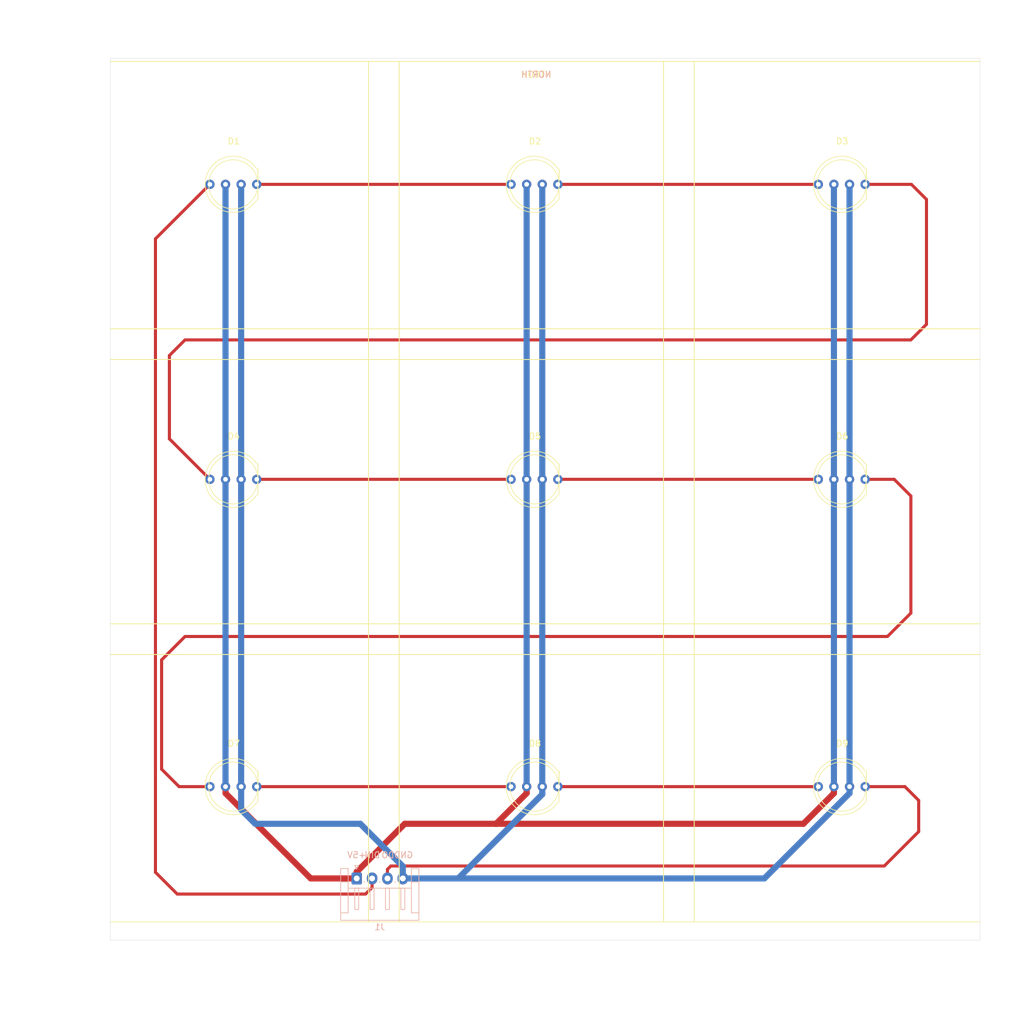
<source format=kicad_pcb>
(kicad_pcb (version 20171130) (host pcbnew 5.1.2)

  (general
    (thickness 1.6)
    (drawings 49)
    (tracks 65)
    (zones 0)
    (modules 10)
    (nets 13)
  )

  (page A4)
  (layers
    (0 F.Cu signal)
    (31 B.Cu signal)
    (32 B.Adhes user)
    (33 F.Adhes user)
    (34 B.Paste user)
    (35 F.Paste user)
    (36 B.SilkS user)
    (37 F.SilkS user)
    (38 B.Mask user)
    (39 F.Mask user)
    (40 Dwgs.User user)
    (41 Cmts.User user)
    (42 Eco1.User user)
    (43 Eco2.User user)
    (44 Edge.Cuts user)
    (45 Margin user)
    (46 B.CrtYd user)
    (47 F.CrtYd user)
    (48 B.Fab user)
    (49 F.Fab user)
  )

  (setup
    (last_trace_width 0.5)
    (trace_clearance 0.5)
    (zone_clearance 0.508)
    (zone_45_only no)
    (trace_min 0.2)
    (via_size 0.8)
    (via_drill 0.4)
    (via_min_size 0.4)
    (via_min_drill 0.3)
    (uvia_size 0.3)
    (uvia_drill 0.1)
    (uvias_allowed no)
    (uvia_min_size 0.2)
    (uvia_min_drill 0.1)
    (edge_width 0.05)
    (segment_width 0.2)
    (pcb_text_width 0.3)
    (pcb_text_size 1.5 1.5)
    (mod_edge_width 0.12)
    (mod_text_size 1 1)
    (mod_text_width 0.15)
    (pad_size 1.524 1.524)
    (pad_drill 0.762)
    (pad_to_mask_clearance 0.051)
    (solder_mask_min_width 0.25)
    (aux_axis_origin 0 0)
    (visible_elements FFFFFF7F)
    (pcbplotparams
      (layerselection 0x010fc_ffffffff)
      (usegerberextensions false)
      (usegerberattributes false)
      (usegerberadvancedattributes false)
      (creategerberjobfile false)
      (excludeedgelayer true)
      (linewidth 0.100000)
      (plotframeref false)
      (viasonmask false)
      (mode 1)
      (useauxorigin false)
      (hpglpennumber 1)
      (hpglpenspeed 20)
      (hpglpendiameter 15.000000)
      (psnegative false)
      (psa4output false)
      (plotreference true)
      (plotvalue true)
      (plotinvisibletext false)
      (padsonsilk false)
      (subtractmaskfromsilk false)
      (outputformat 1)
      (mirror false)
      (drillshape 1)
      (scaleselection 1)
      (outputdirectory ""))
  )

  (net 0 "")
  (net 1 "Net-(D1-Pad4)")
  (net 2 +5V)
  (net 3 GND)
  (net 4 "Net-(D1-Pad2)")
  (net 5 "Net-(D2-Pad2)")
  (net 6 "Net-(D3-Pad2)")
  (net 7 "Net-(D4-Pad2)")
  (net 8 "Net-(D5-Pad2)")
  (net 9 "Net-(D6-Pad2)")
  (net 10 "Net-(D7-Pad2)")
  (net 11 "Net-(D8-Pad2)")
  (net 12 "Net-(D9-Pad2)")

  (net_class Default "This is the default net class."
    (clearance 0.5)
    (trace_width 0.5)
    (via_dia 0.8)
    (via_drill 0.4)
    (uvia_dia 0.3)
    (uvia_drill 0.1)
    (add_net "Net-(D1-Pad2)")
    (add_net "Net-(D1-Pad4)")
    (add_net "Net-(D2-Pad2)")
    (add_net "Net-(D3-Pad2)")
    (add_net "Net-(D4-Pad2)")
    (add_net "Net-(D5-Pad2)")
    (add_net "Net-(D6-Pad2)")
    (add_net "Net-(D7-Pad2)")
    (add_net "Net-(D8-Pad2)")
    (add_net "Net-(D9-Pad2)")
  )

  (net_class Power ""
    (clearance 0.8)
    (trace_width 1)
    (via_dia 0.8)
    (via_drill 0.4)
    (uvia_dia 0.3)
    (uvia_drill 0.1)
    (add_net +5V)
    (add_net GND)
  )

  (module kuben:PL9823 (layer F.Cu) (tedit 5DE10553) (tstamp 5DDEE038)
    (at 97.5 90)
    (path /5DDD6C7A)
    (fp_text reference D5 (at 0.08 -7.01) (layer F.SilkS)
      (effects (font (size 1 1) (thickness 0.15)))
    )
    (fp_text value PL9823 (at 0 -5.5) (layer F.Fab)
      (effects (font (size 1 1) (thickness 0.15)))
    )
    (fp_line (start 4 0) (end 4 -2.54) (layer F.SilkS) (width 0.12))
    (fp_line (start 4 -2.54) (end 4 0) (layer F.SilkS) (width 0.12))
    (fp_line (start 4 0) (end 4 2.54) (layer F.SilkS) (width 0.12))
    (fp_circle (center 0 0) (end 4 0) (layer F.SilkS) (width 0.12))
    (fp_arc (start 0 0) (end 3.809999 -2.539999) (angle -292.6198649) (layer F.SilkS) (width 0.12))
    (pad 2 thru_hole circle (at 3.81 0) (size 1.524 1.524) (drill 0.762) (layers *.Cu *.Mask)
      (net 8 "Net-(D5-Pad2)"))
    (pad 1 thru_hole circle (at 1.27 0) (size 1.524 1.524) (drill 0.762) (layers *.Cu *.Mask)
      (net 3 GND))
    (pad 3 thru_hole circle (at -1.27 0) (size 1.524 1.524) (drill 0.762) (layers *.Cu *.Mask)
      (net 2 +5V))
    (pad 4 thru_hole circle (at -3.81 0) (size 1.524 1.524) (drill 0.762) (layers *.Cu *.Mask)
      (net 7 "Net-(D4-Pad2)"))
    (model ${KISYS3DMOD}/LED_THT.3dshapes/LED_D8.0mm-3.wrl
      (offset (xyz 2.5 0 0))
      (scale (xyz 1 1 1))
      (rotate (xyz 180 180 0))
    )
  )

  (module kuben:PL9823 (layer F.Cu) (tedit 5DE10553) (tstamp 5DDEE060)
    (at 147.5 140)
    (path /5DDDFCAB)
    (fp_text reference D9 (at 0.08 -7.01) (layer F.SilkS)
      (effects (font (size 1 1) (thickness 0.15)))
    )
    (fp_text value PL9823 (at 0 -5.5) (layer F.Fab)
      (effects (font (size 1 1) (thickness 0.15)))
    )
    (fp_line (start 4 0) (end 4 -2.54) (layer F.SilkS) (width 0.12))
    (fp_line (start 4 -2.54) (end 4 0) (layer F.SilkS) (width 0.12))
    (fp_line (start 4 0) (end 4 2.54) (layer F.SilkS) (width 0.12))
    (fp_circle (center 0 0) (end 4 0) (layer F.SilkS) (width 0.12))
    (fp_arc (start 0 0) (end 3.809999 -2.539999) (angle -292.6198649) (layer F.SilkS) (width 0.12))
    (pad 2 thru_hole circle (at 3.81 0) (size 1.524 1.524) (drill 0.762) (layers *.Cu *.Mask)
      (net 12 "Net-(D9-Pad2)"))
    (pad 1 thru_hole circle (at 1.27 0) (size 1.524 1.524) (drill 0.762) (layers *.Cu *.Mask)
      (net 3 GND))
    (pad 3 thru_hole circle (at -1.27 0) (size 1.524 1.524) (drill 0.762) (layers *.Cu *.Mask)
      (net 2 +5V))
    (pad 4 thru_hole circle (at -3.81 0) (size 1.524 1.524) (drill 0.762) (layers *.Cu *.Mask)
      (net 11 "Net-(D8-Pad2)"))
    (model ${KISYS3DMOD}/LED_THT.3dshapes/LED_D8.0mm-3.wrl
      (offset (xyz 2.5 0 0))
      (scale (xyz 1 1 1))
      (rotate (xyz 180 180 0))
    )
  )

  (module kuben:PL9823 (layer F.Cu) (tedit 5DE10553) (tstamp 5DDEE056)
    (at 97.5 140)
    (path /5DDDFCA1)
    (fp_text reference D8 (at 0.08 -7.01) (layer F.SilkS)
      (effects (font (size 1 1) (thickness 0.15)))
    )
    (fp_text value PL9823 (at 0 -5.5) (layer F.Fab)
      (effects (font (size 1 1) (thickness 0.15)))
    )
    (fp_line (start 4 0) (end 4 -2.54) (layer F.SilkS) (width 0.12))
    (fp_line (start 4 -2.54) (end 4 0) (layer F.SilkS) (width 0.12))
    (fp_line (start 4 0) (end 4 2.54) (layer F.SilkS) (width 0.12))
    (fp_circle (center 0 0) (end 4 0) (layer F.SilkS) (width 0.12))
    (fp_arc (start 0 0) (end 3.809999 -2.539999) (angle -292.6198649) (layer F.SilkS) (width 0.12))
    (pad 2 thru_hole circle (at 3.81 0) (size 1.524 1.524) (drill 0.762) (layers *.Cu *.Mask)
      (net 11 "Net-(D8-Pad2)"))
    (pad 1 thru_hole circle (at 1.27 0) (size 1.524 1.524) (drill 0.762) (layers *.Cu *.Mask)
      (net 3 GND))
    (pad 3 thru_hole circle (at -1.27 0) (size 1.524 1.524) (drill 0.762) (layers *.Cu *.Mask)
      (net 2 +5V))
    (pad 4 thru_hole circle (at -3.81 0) (size 1.524 1.524) (drill 0.762) (layers *.Cu *.Mask)
      (net 10 "Net-(D7-Pad2)"))
    (model ${KISYS3DMOD}/LED_THT.3dshapes/LED_D8.0mm-3.wrl
      (offset (xyz 2.5 0 0))
      (scale (xyz 1 1 1))
      (rotate (xyz 180 180 0))
    )
  )

  (module kuben:PL9823 (layer F.Cu) (tedit 5DE10553) (tstamp 5DDEE04C)
    (at 48.5 140)
    (path /5DDDFC97)
    (fp_text reference D7 (at 0.08 -7.01) (layer F.SilkS)
      (effects (font (size 1 1) (thickness 0.15)))
    )
    (fp_text value PL9823 (at 0 -5.5) (layer F.Fab)
      (effects (font (size 1 1) (thickness 0.15)))
    )
    (fp_line (start 4 0) (end 4 -2.54) (layer F.SilkS) (width 0.12))
    (fp_line (start 4 -2.54) (end 4 0) (layer F.SilkS) (width 0.12))
    (fp_line (start 4 0) (end 4 2.54) (layer F.SilkS) (width 0.12))
    (fp_circle (center 0 0) (end 4 0) (layer F.SilkS) (width 0.12))
    (fp_arc (start 0 0) (end 3.809999 -2.539999) (angle -292.6198649) (layer F.SilkS) (width 0.12))
    (pad 2 thru_hole circle (at 3.81 0) (size 1.524 1.524) (drill 0.762) (layers *.Cu *.Mask)
      (net 10 "Net-(D7-Pad2)"))
    (pad 1 thru_hole circle (at 1.27 0) (size 1.524 1.524) (drill 0.762) (layers *.Cu *.Mask)
      (net 3 GND))
    (pad 3 thru_hole circle (at -1.27 0) (size 1.524 1.524) (drill 0.762) (layers *.Cu *.Mask)
      (net 2 +5V))
    (pad 4 thru_hole circle (at -3.81 0) (size 1.524 1.524) (drill 0.762) (layers *.Cu *.Mask)
      (net 9 "Net-(D6-Pad2)"))
    (model ${KISYS3DMOD}/LED_THT.3dshapes/LED_D8.0mm-3.wrl
      (offset (xyz 2.5 0 0))
      (scale (xyz 1 1 1))
      (rotate (xyz 180 180 0))
    )
  )

  (module kuben:PL9823 (layer F.Cu) (tedit 5DE10553) (tstamp 5DDE3F34)
    (at 147.5 90)
    (path /5DDD8472)
    (fp_text reference D6 (at 0.08 -7.01) (layer F.SilkS)
      (effects (font (size 1 1) (thickness 0.15)))
    )
    (fp_text value PL9823 (at 0 -5.5) (layer F.Fab)
      (effects (font (size 1 1) (thickness 0.15)))
    )
    (fp_line (start 4 0) (end 4 -2.54) (layer F.SilkS) (width 0.12))
    (fp_line (start 4 -2.54) (end 4 0) (layer F.SilkS) (width 0.12))
    (fp_line (start 4 0) (end 4 2.54) (layer F.SilkS) (width 0.12))
    (fp_circle (center 0 0) (end 4 0) (layer F.SilkS) (width 0.12))
    (fp_arc (start 0 0) (end 3.809999 -2.539999) (angle -292.6198649) (layer F.SilkS) (width 0.12))
    (pad 2 thru_hole circle (at 3.81 0) (size 1.524 1.524) (drill 0.762) (layers *.Cu *.Mask)
      (net 9 "Net-(D6-Pad2)"))
    (pad 1 thru_hole circle (at 1.27 0) (size 1.524 1.524) (drill 0.762) (layers *.Cu *.Mask)
      (net 3 GND))
    (pad 3 thru_hole circle (at -1.27 0) (size 1.524 1.524) (drill 0.762) (layers *.Cu *.Mask)
      (net 2 +5V))
    (pad 4 thru_hole circle (at -3.81 0) (size 1.524 1.524) (drill 0.762) (layers *.Cu *.Mask)
      (net 8 "Net-(D5-Pad2)"))
    (model ${KISYS3DMOD}/LED_THT.3dshapes/LED_D8.0mm-3.wrl
      (offset (xyz 2.5 0 0))
      (scale (xyz 1 1 1))
      (rotate (xyz 180 180 0))
    )
  )

  (module kuben:PL9823 (layer F.Cu) (tedit 5DE10553) (tstamp 5DDEE02E)
    (at 48.5 90)
    (path /5DDD5596)
    (fp_text reference D4 (at 0.08 -7.01) (layer F.SilkS)
      (effects (font (size 1 1) (thickness 0.15)))
    )
    (fp_text value PL9823 (at 0 -5.5) (layer F.Fab)
      (effects (font (size 1 1) (thickness 0.15)))
    )
    (fp_line (start 4 0) (end 4 -2.54) (layer F.SilkS) (width 0.12))
    (fp_line (start 4 -2.54) (end 4 0) (layer F.SilkS) (width 0.12))
    (fp_line (start 4 0) (end 4 2.54) (layer F.SilkS) (width 0.12))
    (fp_circle (center 0 0) (end 4 0) (layer F.SilkS) (width 0.12))
    (fp_arc (start 0 0) (end 3.809999 -2.539999) (angle -292.6198649) (layer F.SilkS) (width 0.12))
    (pad 2 thru_hole circle (at 3.81 0) (size 1.524 1.524) (drill 0.762) (layers *.Cu *.Mask)
      (net 7 "Net-(D4-Pad2)"))
    (pad 1 thru_hole circle (at 1.27 0) (size 1.524 1.524) (drill 0.762) (layers *.Cu *.Mask)
      (net 3 GND))
    (pad 3 thru_hole circle (at -1.27 0) (size 1.524 1.524) (drill 0.762) (layers *.Cu *.Mask)
      (net 2 +5V))
    (pad 4 thru_hole circle (at -3.81 0) (size 1.524 1.524) (drill 0.762) (layers *.Cu *.Mask)
      (net 6 "Net-(D3-Pad2)"))
    (model ${KISYS3DMOD}/LED_THT.3dshapes/LED_D8.0mm-3.wrl
      (offset (xyz 2.5 0 0))
      (scale (xyz 1 1 1))
      (rotate (xyz 180 180 0))
    )
  )

  (module kuben:PL9823 (layer F.Cu) (tedit 5DE10553) (tstamp 5DDEE024)
    (at 147.5 42)
    (path /5DDD4D27)
    (fp_text reference D3 (at 0.08 -7.01) (layer F.SilkS)
      (effects (font (size 1 1) (thickness 0.15)))
    )
    (fp_text value PL9823 (at 0 -5.5) (layer F.Fab)
      (effects (font (size 1 1) (thickness 0.15)))
    )
    (fp_line (start 4 0) (end 4 -2.54) (layer F.SilkS) (width 0.12))
    (fp_line (start 4 -2.54) (end 4 0) (layer F.SilkS) (width 0.12))
    (fp_line (start 4 0) (end 4 2.54) (layer F.SilkS) (width 0.12))
    (fp_circle (center 0 0) (end 4 0) (layer F.SilkS) (width 0.12))
    (fp_arc (start 0 0) (end 3.809999 -2.539999) (angle -292.6198649) (layer F.SilkS) (width 0.12))
    (pad 2 thru_hole circle (at 3.81 0) (size 1.524 1.524) (drill 0.762) (layers *.Cu *.Mask)
      (net 6 "Net-(D3-Pad2)"))
    (pad 1 thru_hole circle (at 1.27 0) (size 1.524 1.524) (drill 0.762) (layers *.Cu *.Mask)
      (net 3 GND))
    (pad 3 thru_hole circle (at -1.27 0) (size 1.524 1.524) (drill 0.762) (layers *.Cu *.Mask)
      (net 2 +5V))
    (pad 4 thru_hole circle (at -3.81 0) (size 1.524 1.524) (drill 0.762) (layers *.Cu *.Mask)
      (net 5 "Net-(D2-Pad2)"))
    (model ${KISYS3DMOD}/LED_THT.3dshapes/LED_D8.0mm-3.wrl
      (offset (xyz 2.5 0 0))
      (scale (xyz 1 1 1))
      (rotate (xyz 180 180 0))
    )
  )

  (module kuben:PL9823 (layer F.Cu) (tedit 5DE10553) (tstamp 5DDEE01A)
    (at 97.5 42)
    (path /5DDD39C4)
    (fp_text reference D2 (at 0.08 -7.01) (layer F.SilkS)
      (effects (font (size 1 1) (thickness 0.15)))
    )
    (fp_text value PL9823 (at 0 -5.5) (layer F.Fab)
      (effects (font (size 1 1) (thickness 0.15)))
    )
    (fp_line (start 4 0) (end 4 -2.54) (layer F.SilkS) (width 0.12))
    (fp_line (start 4 -2.54) (end 4 0) (layer F.SilkS) (width 0.12))
    (fp_line (start 4 0) (end 4 2.54) (layer F.SilkS) (width 0.12))
    (fp_circle (center 0 0) (end 4 0) (layer F.SilkS) (width 0.12))
    (fp_arc (start 0 0) (end 3.809999 -2.539999) (angle -292.6198649) (layer F.SilkS) (width 0.12))
    (pad 2 thru_hole circle (at 3.81 0) (size 1.524 1.524) (drill 0.762) (layers *.Cu *.Mask)
      (net 5 "Net-(D2-Pad2)"))
    (pad 1 thru_hole circle (at 1.27 0) (size 1.524 1.524) (drill 0.762) (layers *.Cu *.Mask)
      (net 3 GND))
    (pad 3 thru_hole circle (at -1.27 0) (size 1.524 1.524) (drill 0.762) (layers *.Cu *.Mask)
      (net 2 +5V))
    (pad 4 thru_hole circle (at -3.81 0) (size 1.524 1.524) (drill 0.762) (layers *.Cu *.Mask)
      (net 4 "Net-(D1-Pad2)"))
    (model ${KISYS3DMOD}/LED_THT.3dshapes/LED_D8.0mm-3.wrl
      (offset (xyz 2.5 0 0))
      (scale (xyz 1 1 1))
      (rotate (xyz 180 180 0))
    )
  )

  (module kuben:PL9823 (layer F.Cu) (tedit 5DE10553) (tstamp 5DDE3E9D)
    (at 48.5 42)
    (path /5DDEF2CF)
    (fp_text reference D1 (at 0.08 -7.01) (layer F.SilkS)
      (effects (font (size 1 1) (thickness 0.15)))
    )
    (fp_text value PL9823 (at 0 -5.5) (layer F.Fab)
      (effects (font (size 1 1) (thickness 0.15)))
    )
    (fp_line (start 4 0) (end 4 -2.54) (layer F.SilkS) (width 0.12))
    (fp_line (start 4 -2.54) (end 4 0) (layer F.SilkS) (width 0.12))
    (fp_line (start 4 0) (end 4 2.54) (layer F.SilkS) (width 0.12))
    (fp_circle (center 0 0) (end 4 0) (layer F.SilkS) (width 0.12))
    (fp_arc (start 0 0) (end 3.809999 -2.539999) (angle -292.6198649) (layer F.SilkS) (width 0.12))
    (pad 2 thru_hole circle (at 3.81 0) (size 1.524 1.524) (drill 0.762) (layers *.Cu *.Mask)
      (net 4 "Net-(D1-Pad2)"))
    (pad 1 thru_hole circle (at 1.27 0) (size 1.524 1.524) (drill 0.762) (layers *.Cu *.Mask)
      (net 3 GND))
    (pad 3 thru_hole circle (at -1.27 0) (size 1.524 1.524) (drill 0.762) (layers *.Cu *.Mask)
      (net 2 +5V))
    (pad 4 thru_hole circle (at -3.81 0) (size 1.524 1.524) (drill 0.762) (layers *.Cu *.Mask)
      (net 1 "Net-(D1-Pad4)"))
    (model ${KISYS3DMOD}/LED_THT.3dshapes/LED_D8.0mm-3.wrl
      (offset (xyz 2.5 0 0))
      (scale (xyz 1 1 1))
      (rotate (xyz 180 180 0))
    )
  )

  (module Connector_JST:JST_EH_S4B-EH_1x04_P2.50mm_Horizontal (layer B.Cu) (tedit 5C281425) (tstamp 5DE6955C)
    (at 68.58 154.94)
    (descr "JST EH series connector, S4B-EH (http://www.jst-mfg.com/product/pdf/eng/eEH.pdf), generated with kicad-footprint-generator")
    (tags "connector JST EH horizontal")
    (path /5DE1312F)
    (fp_text reference J1 (at 3.75 7.9) (layer B.SilkS)
      (effects (font (size 1 1) (thickness 0.15)) (justify mirror))
    )
    (fp_text value Conn_01x04 (at 3.75 -2.7) (layer B.Fab)
      (effects (font (size 1 1) (thickness 0.15)) (justify mirror))
    )
    (fp_line (start -1.5 0.7) (end -1.5 -1.5) (layer B.Fab) (width 0.1))
    (fp_line (start -1.5 -1.5) (end -2.5 -1.5) (layer B.Fab) (width 0.1))
    (fp_line (start -2.5 -1.5) (end -2.5 6.7) (layer B.Fab) (width 0.1))
    (fp_line (start -2.5 6.7) (end 10 6.7) (layer B.Fab) (width 0.1))
    (fp_line (start 10 6.7) (end 10 -1.5) (layer B.Fab) (width 0.1))
    (fp_line (start 10 -1.5) (end 9 -1.5) (layer B.Fab) (width 0.1))
    (fp_line (start 9 -1.5) (end 9 0.7) (layer B.Fab) (width 0.1))
    (fp_line (start 9 0.7) (end -1.5 0.7) (layer B.Fab) (width 0.1))
    (fp_line (start -3 7.2) (end -3 -2) (layer B.CrtYd) (width 0.05))
    (fp_line (start -3 -2) (end 10.5 -2) (layer B.CrtYd) (width 0.05))
    (fp_line (start 10.5 -2) (end 10.5 7.2) (layer B.CrtYd) (width 0.05))
    (fp_line (start 10.5 7.2) (end -3 7.2) (layer B.CrtYd) (width 0.05))
    (fp_line (start -1.39 0.59) (end -1.39 -1.61) (layer B.SilkS) (width 0.12))
    (fp_line (start -1.39 -1.61) (end -2.61 -1.61) (layer B.SilkS) (width 0.12))
    (fp_line (start -2.61 -1.61) (end -2.61 6.81) (layer B.SilkS) (width 0.12))
    (fp_line (start -2.61 6.81) (end 10.11 6.81) (layer B.SilkS) (width 0.12))
    (fp_line (start 10.11 6.81) (end 10.11 -1.61) (layer B.SilkS) (width 0.12))
    (fp_line (start 10.11 -1.61) (end 8.89 -1.61) (layer B.SilkS) (width 0.12))
    (fp_line (start 8.89 -1.61) (end 8.89 0.59) (layer B.SilkS) (width 0.12))
    (fp_line (start -2.61 5.59) (end -1.39 5.59) (layer B.SilkS) (width 0.12))
    (fp_line (start -1.39 5.59) (end -1.39 0.59) (layer B.SilkS) (width 0.12))
    (fp_line (start -1.39 0.59) (end -2.61 0.59) (layer B.SilkS) (width 0.12))
    (fp_line (start 10.11 5.59) (end 8.89 5.59) (layer B.SilkS) (width 0.12))
    (fp_line (start 8.89 5.59) (end 8.89 0.59) (layer B.SilkS) (width 0.12))
    (fp_line (start 8.89 0.59) (end 10.11 0.59) (layer B.SilkS) (width 0.12))
    (fp_line (start -1.39 1.59) (end 8.89 1.59) (layer B.SilkS) (width 0.12))
    (fp_line (start 0 1.59) (end -0.32 1.59) (layer B.SilkS) (width 0.12))
    (fp_line (start -0.32 1.59) (end -0.32 5.01) (layer B.SilkS) (width 0.12))
    (fp_line (start -0.32 5.01) (end 0 5.09) (layer B.SilkS) (width 0.12))
    (fp_line (start 0 5.09) (end 0.32 5.01) (layer B.SilkS) (width 0.12))
    (fp_line (start 0.32 5.01) (end 0.32 1.59) (layer B.SilkS) (width 0.12))
    (fp_line (start 0.32 1.59) (end 0 1.59) (layer B.SilkS) (width 0.12))
    (fp_line (start 1.17 0.59) (end 1.33 0.59) (layer B.SilkS) (width 0.12))
    (fp_line (start 2.5 1.59) (end 2.18 1.59) (layer B.SilkS) (width 0.12))
    (fp_line (start 2.18 1.59) (end 2.18 5.01) (layer B.SilkS) (width 0.12))
    (fp_line (start 2.18 5.01) (end 2.5 5.09) (layer B.SilkS) (width 0.12))
    (fp_line (start 2.5 5.09) (end 2.82 5.01) (layer B.SilkS) (width 0.12))
    (fp_line (start 2.82 5.01) (end 2.82 1.59) (layer B.SilkS) (width 0.12))
    (fp_line (start 2.82 1.59) (end 2.5 1.59) (layer B.SilkS) (width 0.12))
    (fp_line (start 3.67 0.59) (end 3.83 0.59) (layer B.SilkS) (width 0.12))
    (fp_line (start 5 1.59) (end 4.68 1.59) (layer B.SilkS) (width 0.12))
    (fp_line (start 4.68 1.59) (end 4.68 5.01) (layer B.SilkS) (width 0.12))
    (fp_line (start 4.68 5.01) (end 5 5.09) (layer B.SilkS) (width 0.12))
    (fp_line (start 5 5.09) (end 5.32 5.01) (layer B.SilkS) (width 0.12))
    (fp_line (start 5.32 5.01) (end 5.32 1.59) (layer B.SilkS) (width 0.12))
    (fp_line (start 5.32 1.59) (end 5 1.59) (layer B.SilkS) (width 0.12))
    (fp_line (start 6.17 0.59) (end 6.33 0.59) (layer B.SilkS) (width 0.12))
    (fp_line (start 7.5 1.59) (end 7.18 1.59) (layer B.SilkS) (width 0.12))
    (fp_line (start 7.18 1.59) (end 7.18 5.01) (layer B.SilkS) (width 0.12))
    (fp_line (start 7.18 5.01) (end 7.5 5.09) (layer B.SilkS) (width 0.12))
    (fp_line (start 7.5 5.09) (end 7.82 5.01) (layer B.SilkS) (width 0.12))
    (fp_line (start 7.82 5.01) (end 7.82 1.59) (layer B.SilkS) (width 0.12))
    (fp_line (start 7.82 1.59) (end 7.5 1.59) (layer B.SilkS) (width 0.12))
    (fp_line (start 0 -1.5) (end -0.3 -2.1) (layer B.SilkS) (width 0.12))
    (fp_line (start -0.3 -2.1) (end 0.3 -2.1) (layer B.SilkS) (width 0.12))
    (fp_line (start 0.3 -2.1) (end 0 -1.5) (layer B.SilkS) (width 0.12))
    (fp_line (start -0.5 0.7) (end 0 1.407107) (layer B.Fab) (width 0.1))
    (fp_line (start 0 1.407107) (end 0.5 0.7) (layer B.Fab) (width 0.1))
    (fp_text user %R (at 3.75 2.6) (layer B.Fab)
      (effects (font (size 1 1) (thickness 0.15)) (justify mirror))
    )
    (pad 1 thru_hole roundrect (at 0 0) (size 1.7 1.95) (drill 0.95) (layers *.Cu *.Mask) (roundrect_rratio 0.147059)
      (net 2 +5V))
    (pad 2 thru_hole oval (at 2.5 0) (size 1.7 1.95) (drill 0.95) (layers *.Cu *.Mask)
      (net 1 "Net-(D1-Pad4)"))
    (pad 3 thru_hole oval (at 5 0) (size 1.7 1.95) (drill 0.95) (layers *.Cu *.Mask)
      (net 12 "Net-(D9-Pad2)"))
    (pad 4 thru_hole oval (at 7.5 0) (size 1.7 1.95) (drill 0.95) (layers *.Cu *.Mask)
      (net 3 GND))
    (model ${KISYS3DMOD}/Connector_JST.3dshapes/JST_EH_S4B-EH_1x04_P2.50mm_Horizontal.wrl
      (at (xyz 0 0 0))
      (scale (xyz 1 1 1))
      (rotate (xyz 0 0 0))
    )
  )

  (gr_text "Daniel Olsen" (at 160.02 160.02) (layer B.Mask) (tstamp 5DE8B9FF)
    (effects (font (size 1.5 1.5) (thickness 0.3)) (justify mirror))
  )
  (gr_text "Horten Videregående Skole 2019/20" (at 50.8 24.13) (layer B.Mask) (tstamp 5DE8B94F)
    (effects (font (size 1.5 1.5) (thickness 0.3)) (justify mirror))
  )
  (gr_text Dataelektronikk (at 39.37 26.67) (layer B.Mask) (tstamp 5DE8B94E)
    (effects (font (size 1.5 1.5) (thickness 0.3)) (justify mirror))
  )
  (gr_text GND (at 76.2 151.13) (layer B.SilkS)
    (effects (font (size 1 1) (thickness 0.15)) (justify mirror))
  )
  (gr_text +5V (at 68.58 151.13) (layer B.SilkS)
    (effects (font (size 1 1) (thickness 0.15)) (justify mirror))
  )
  (gr_text DIN (at 71.12 151.13) (layer B.SilkS)
    (effects (font (size 1 1) (thickness 0.15)) (justify mirror))
  )
  (gr_text NORTH (at 97.79 24.13) (layer B.SilkS)
    (effects (font (size 1 1) (thickness 0.15)) (justify mirror))
  )
  (gr_text NORTH (at 97.79 24.13) (layer F.SilkS)
    (effects (font (size 1 1) (thickness 0.15)))
  )
  (gr_text Dataelektronikk (at 39.37 26.67) (layer F.Mask)
    (effects (font (size 1.5 1.5) (thickness 0.3)))
  )
  (gr_text "Horten Videregående Skole 2019/20" (at 50.8 24.13) (layer F.Mask)
    (effects (font (size 1.5 1.5) (thickness 0.3)))
  )
  (gr_text "Daniel Olsen" (at 160.02 160.02) (layer F.Mask)
    (effects (font (size 1.5 1.5) (thickness 0.3)))
  )
  (dimension 141.5 (width 0.15) (layer F.Fab)
    (gr_text "141.500 mm" (at 99.25 18.2) (layer F.Fab)
      (effects (font (size 1 1) (thickness 0.15)))
    )
    (feature1 (pts (xy 170 21.5) (xy 170 18.913579)))
    (feature2 (pts (xy 28.5 21.5) (xy 28.5 18.913579)))
    (crossbar (pts (xy 28.5 19.5) (xy 170 19.5)))
    (arrow1a (pts (xy 170 19.5) (xy 168.873496 20.086421)))
    (arrow1b (pts (xy 170 19.5) (xy 168.873496 18.913579)))
    (arrow2a (pts (xy 28.5 19.5) (xy 29.626504 20.086421)))
    (arrow2b (pts (xy 28.5 19.5) (xy 29.626504 18.913579)))
  )
  (gr_line (start 28.5 22) (end 170 22) (layer F.SilkS) (width 0.15))
  (gr_line (start 170 165) (end 170 21.5) (layer Edge.Cuts) (width 0.05))
  (gr_line (start 28.5 165) (end 170 165) (layer Edge.Cuts) (width 0.05))
  (gr_line (start 28.5 21.5) (end 170 21.5) (layer Edge.Cuts) (width 0.05))
  (gr_line (start 28.5 165) (end 28.5 21.5) (layer Edge.Cuts) (width 0.05))
  (gr_text DO (at 73.66 151.13) (layer B.SilkS)
    (effects (font (size 1 1) (thickness 0.15)) (justify mirror))
  )
  (gr_line (start 28.5 162) (end 170 162) (layer F.SilkS) (width 0.12))
  (gr_line (start 123.5 162) (end 123.5 22) (layer F.SilkS) (width 0.15))
  (gr_line (start 118.5 162) (end 118.5 22) (layer F.SilkS) (width 0.15))
  (gr_line (start 75.5 162) (end 75.5 22) (layer F.SilkS) (width 0.15))
  (gr_line (start 70.5 162) (end 70.5 22) (layer F.SilkS) (width 0.15))
  (gr_line (start 28.5 118.5) (end 170 118.5) (layer F.SilkS) (width 0.15))
  (gr_line (start 28.5 113.5) (end 170 113.5) (layer F.SilkS) (width 0.15))
  (gr_line (start 28.5 70.5) (end 170 70.5) (layer F.SilkS) (width 0.15))
  (gr_line (start 28.5 65.5) (end 170 65.5) (layer F.SilkS) (width 0.15))
  (dimension 5 (width 0.15) (layer F.Fab)
    (gr_text "5.000 mm" (at 17.7 116 90) (layer F.Fab)
      (effects (font (size 1 1) (thickness 0.15)))
    )
    (feature1 (pts (xy 22 113.5) (xy 18.413579 113.5)))
    (feature2 (pts (xy 22 118.5) (xy 18.413579 118.5)))
    (crossbar (pts (xy 19 118.5) (xy 19 113.5)))
    (arrow1a (pts (xy 19 113.5) (xy 19.586421 114.626504)))
    (arrow1b (pts (xy 19 113.5) (xy 18.413579 114.626504)))
    (arrow2a (pts (xy 19 118.5) (xy 19.586421 117.373496)))
    (arrow2b (pts (xy 19 118.5) (xy 18.413579 117.373496)))
  )
  (dimension 5 (width 0.15) (layer F.Fab)
    (gr_text "5.000 mm" (at 18.2 19.5 90) (layer F.Fab)
      (effects (font (size 1 1) (thickness 0.15)))
    )
    (feature1 (pts (xy 22 17) (xy 18.913579 17)))
    (feature2 (pts (xy 22 22) (xy 18.913579 22)))
    (crossbar (pts (xy 19.5 22) (xy 19.5 17)))
    (arrow1a (pts (xy 19.5 17) (xy 20.086421 18.126504)))
    (arrow1b (pts (xy 19.5 17) (xy 18.913579 18.126504)))
    (arrow2a (pts (xy 19.5 22) (xy 20.086421 20.873496)))
    (arrow2b (pts (xy 19.5 22) (xy 18.913579 20.873496)))
  )
  (dimension 43.5 (width 0.15) (layer F.Fab)
    (gr_text "43.500 mm" (at 14.2 43.75 90) (layer F.Fab)
      (effects (font (size 1 1) (thickness 0.15)))
    )
    (feature1 (pts (xy 22 22) (xy 14.913579 22)))
    (feature2 (pts (xy 22 65.5) (xy 14.913579 65.5)))
    (crossbar (pts (xy 15.5 65.5) (xy 15.5 22)))
    (arrow1a (pts (xy 15.5 22) (xy 16.086421 23.126504)))
    (arrow1b (pts (xy 15.5 22) (xy 14.913579 23.126504)))
    (arrow2a (pts (xy 15.5 65.5) (xy 16.086421 64.373496)))
    (arrow2b (pts (xy 15.5 65.5) (xy 14.913579 64.373496)))
  )
  (dimension 5 (width 0.15) (layer F.Fab)
    (gr_text "5.000 mm" (at 17.7 68 90) (layer F.Fab)
      (effects (font (size 1 1) (thickness 0.15)))
    )
    (feature1 (pts (xy 22 65.5) (xy 18.413579 65.5)))
    (feature2 (pts (xy 22 70.5) (xy 18.413579 70.5)))
    (crossbar (pts (xy 19 70.5) (xy 19 65.5)))
    (arrow1a (pts (xy 19 65.5) (xy 19.586421 66.626504)))
    (arrow1b (pts (xy 19 65.5) (xy 18.413579 66.626504)))
    (arrow2a (pts (xy 19 70.5) (xy 19.586421 69.373496)))
    (arrow2b (pts (xy 19 70.5) (xy 18.413579 69.373496)))
  )
  (dimension 43 (width 0.15) (layer F.Fab)
    (gr_text "43.000 mm" (at 14.2 92 90) (layer F.Fab)
      (effects (font (size 1 1) (thickness 0.15)))
    )
    (feature1 (pts (xy 22 70.5) (xy 14.913579 70.5)))
    (feature2 (pts (xy 22 113.5) (xy 14.913579 113.5)))
    (crossbar (pts (xy 15.5 113.5) (xy 15.5 70.5)))
    (arrow1a (pts (xy 15.5 70.5) (xy 16.086421 71.626504)))
    (arrow1b (pts (xy 15.5 70.5) (xy 14.913579 71.626504)))
    (arrow2a (pts (xy 15.5 113.5) (xy 16.086421 112.373496)))
    (arrow2b (pts (xy 15.5 113.5) (xy 14.913579 112.373496)))
  )
  (dimension 43.5 (width 0.15) (layer F.Fab)
    (gr_text "43.500 mm" (at 14.2 140.25 90) (layer F.Fab)
      (effects (font (size 1 1) (thickness 0.15)))
    )
    (feature1 (pts (xy 22 118.5) (xy 14.913579 118.5)))
    (feature2 (pts (xy 22 162) (xy 14.913579 162)))
    (crossbar (pts (xy 15.5 162) (xy 15.5 118.5)))
    (arrow1a (pts (xy 15.5 118.5) (xy 16.086421 119.626504)))
    (arrow1b (pts (xy 15.5 118.5) (xy 14.913579 119.626504)))
    (arrow2a (pts (xy 15.5 162) (xy 16.086421 160.873496)))
    (arrow2b (pts (xy 15.5 162) (xy 14.913579 160.873496)))
  )
  (dimension 5 (width 0.15) (layer F.Fab)
    (gr_text "5.000 mm" (at 18.7 164.5 90) (layer F.Fab)
      (effects (font (size 1 1) (thickness 0.15)))
    )
    (feature1 (pts (xy 22 162) (xy 19.413579 162)))
    (feature2 (pts (xy 22 167) (xy 19.413579 167)))
    (crossbar (pts (xy 20 167) (xy 20 162)))
    (arrow1a (pts (xy 20 162) (xy 20.586421 163.126504)))
    (arrow1b (pts (xy 20 162) (xy 19.413579 163.126504)))
    (arrow2a (pts (xy 20 167) (xy 20.586421 165.873496)))
    (arrow2b (pts (xy 20 167) (xy 19.413579 165.873496)))
  )
  (dimension 5 (width 0.15) (layer F.Fab)
    (gr_text "5.000 mm" (at 169.5 171.3) (layer F.Fab)
      (effects (font (size 1 1) (thickness 0.15)))
    )
    (feature1 (pts (xy 172 167) (xy 172 170.586421)))
    (feature2 (pts (xy 167 167) (xy 167 170.586421)))
    (crossbar (pts (xy 167 170) (xy 172 170)))
    (arrow1a (pts (xy 172 170) (xy 170.873496 170.586421)))
    (arrow1b (pts (xy 172 170) (xy 170.873496 169.413579)))
    (arrow2a (pts (xy 167 170) (xy 168.126504 170.586421)))
    (arrow2b (pts (xy 167 170) (xy 168.126504 169.413579)))
  )
  (dimension 43.5 (width 0.15) (layer F.Fab)
    (gr_text "43.500 mm" (at 145.25 173.3) (layer F.Fab)
      (effects (font (size 1 1) (thickness 0.15)))
    )
    (feature1 (pts (xy 167 167) (xy 167 172.586421)))
    (feature2 (pts (xy 123.5 167) (xy 123.5 172.586421)))
    (crossbar (pts (xy 123.5 172) (xy 167 172)))
    (arrow1a (pts (xy 167 172) (xy 165.873496 172.586421)))
    (arrow1b (pts (xy 167 172) (xy 165.873496 171.413579)))
    (arrow2a (pts (xy 123.5 172) (xy 124.626504 172.586421)))
    (arrow2b (pts (xy 123.5 172) (xy 124.626504 171.413579)))
  )
  (dimension 5 (width 0.15) (layer F.Fab)
    (gr_text "5.000 mm" (at 121 171.3) (layer F.Fab)
      (effects (font (size 1 1) (thickness 0.15)))
    )
    (feature1 (pts (xy 123.5 167) (xy 123.5 170.586421)))
    (feature2 (pts (xy 118.5 167) (xy 118.5 170.586421)))
    (crossbar (pts (xy 118.5 170) (xy 123.5 170)))
    (arrow1a (pts (xy 123.5 170) (xy 122.373496 170.586421)))
    (arrow1b (pts (xy 123.5 170) (xy 122.373496 169.413579)))
    (arrow2a (pts (xy 118.5 170) (xy 119.626504 170.586421)))
    (arrow2b (pts (xy 118.5 170) (xy 119.626504 169.413579)))
  )
  (dimension 43 (width 0.15) (layer F.Fab)
    (gr_text "43.000 mm" (at 97 173.3) (layer F.Fab)
      (effects (font (size 1 1) (thickness 0.15)))
    )
    (feature1 (pts (xy 118.5 167) (xy 118.5 172.586421)))
    (feature2 (pts (xy 75.5 167) (xy 75.5 172.586421)))
    (crossbar (pts (xy 75.5 172) (xy 118.5 172)))
    (arrow1a (pts (xy 118.5 172) (xy 117.373496 172.586421)))
    (arrow1b (pts (xy 118.5 172) (xy 117.373496 171.413579)))
    (arrow2a (pts (xy 75.5 172) (xy 76.626504 172.586421)))
    (arrow2b (pts (xy 75.5 172) (xy 76.626504 171.413579)))
  )
  (dimension 5 (width 0.15) (layer F.Fab)
    (gr_text "5.000 mm" (at 73 171.3) (layer F.Fab)
      (effects (font (size 1 1) (thickness 0.15)))
    )
    (feature1 (pts (xy 75.5 167) (xy 75.5 170.586421)))
    (feature2 (pts (xy 70.5 167) (xy 70.5 170.586421)))
    (crossbar (pts (xy 70.5 170) (xy 75.5 170)))
    (arrow1a (pts (xy 75.5 170) (xy 74.373496 170.586421)))
    (arrow1b (pts (xy 75.5 170) (xy 74.373496 169.413579)))
    (arrow2a (pts (xy 70.5 170) (xy 71.626504 170.586421)))
    (arrow2b (pts (xy 70.5 170) (xy 71.626504 169.413579)))
  )
  (dimension 43.5 (width 0.15) (layer F.Fab)
    (gr_text "43.500 mm" (at 48.75 173.3) (layer F.Fab)
      (effects (font (size 1 1) (thickness 0.15)))
    )
    (feature1 (pts (xy 70.5 167) (xy 70.5 172.586421)))
    (feature2 (pts (xy 27 167) (xy 27 172.586421)))
    (crossbar (pts (xy 27 172) (xy 70.5 172)))
    (arrow1a (pts (xy 70.5 172) (xy 69.373496 172.586421)))
    (arrow1b (pts (xy 70.5 172) (xy 69.373496 171.413579)))
    (arrow2a (pts (xy 27 172) (xy 28.126504 172.586421)))
    (arrow2b (pts (xy 27 172) (xy 28.126504 171.413579)))
  )
  (dimension 5 (width 0.12) (layer F.Fab)
    (gr_text "5.000 mm" (at 24.5 170.27) (layer F.Fab)
      (effects (font (size 1 1) (thickness 0.15)))
    )
    (feature1 (pts (xy 27 167) (xy 27 169.586421)))
    (feature2 (pts (xy 22 167) (xy 22 169.586421)))
    (crossbar (pts (xy 22 169) (xy 27 169)))
    (arrow1a (pts (xy 27 169) (xy 25.873496 169.586421)))
    (arrow1b (pts (xy 27 169) (xy 25.873496 168.413579)))
    (arrow2a (pts (xy 22 169) (xy 23.126504 169.586421)))
    (arrow2b (pts (xy 22 169) (xy 23.126504 168.413579)))
  )
  (gr_line (start 22 167) (end 22 17) (layer F.Fab) (width 0.12) (tstamp 5DDE321E))
  (gr_line (start 22 167) (end 172 167) (layer F.Fab) (width 0.12) (tstamp 5DDE321D))
  (dimension 150 (width 0.12) (layer F.Fab) (tstamp 5DDE321B)
    (gr_text "150.000 mm" (at 97 177.77) (layer F.Fab) (tstamp 5DDE321B)
      (effects (font (size 1 1) (thickness 0.15)))
    )
    (feature1 (pts (xy 22 167) (xy 22 177.086421)))
    (feature2 (pts (xy 172 167) (xy 172 177.086421)))
    (crossbar (pts (xy 172 176.5) (xy 22 176.5)))
    (arrow1a (pts (xy 22 176.5) (xy 23.126504 175.913579)))
    (arrow1b (pts (xy 22 176.5) (xy 23.126504 177.086421)))
    (arrow2a (pts (xy 172 176.5) (xy 170.873496 175.913579)))
    (arrow2b (pts (xy 172 176.5) (xy 170.873496 177.086421)))
  )
  (dimension 150 (width 0.12) (layer F.Fab) (tstamp 5DDE3219)
    (gr_text "150.000 mm" (at 27.27 92 -90) (layer F.Fab) (tstamp 5DDE3219)
      (effects (font (size 1 1) (thickness 0.15)))
    )
    (feature1 (pts (xy 22 167) (xy 26.586421 167)))
    (feature2 (pts (xy 22 17) (xy 26.586421 17)))
    (crossbar (pts (xy 26 17) (xy 26 167)))
    (arrow1a (pts (xy 26 167) (xy 26.586421 165.873496)))
    (arrow1b (pts (xy 26 167) (xy 25.413579 165.873496)))
    (arrow2a (pts (xy 26 17) (xy 26.586421 18.126504)))
    (arrow2b (pts (xy 26 17) (xy 25.413579 18.126504)))
  )
  (gr_line (start 172 17) (end 172 167) (layer F.Fab) (width 0.12) (tstamp 5DDE31DF))
  (dimension 150 (width 0.12) (layer F.Fab) (tstamp 5DDE31DD)
    (gr_text "150.000 mm" (at 175.77 92 90) (layer F.Fab) (tstamp 5DDE31DD)
      (effects (font (size 1 1) (thickness 0.15)))
    )
    (feature1 (pts (xy 172 17) (xy 175.086421 17)))
    (feature2 (pts (xy 172 167) (xy 175.086421 167)))
    (crossbar (pts (xy 174.5 167) (xy 174.5 17)))
    (arrow1a (pts (xy 174.5 17) (xy 175.086421 18.126504)))
    (arrow1b (pts (xy 174.5 17) (xy 173.913579 18.126504)))
    (arrow2a (pts (xy 174.5 167) (xy 175.086421 165.873496)))
    (arrow2b (pts (xy 174.5 167) (xy 173.913579 165.873496)))
  )
  (gr_line (start 172 17) (end 22 17) (layer F.Fab) (width 0.12))
  (dimension 150 (width 0.12) (layer F.Fab)
    (gr_text "150.000 mm" (at 97 12.73) (layer F.Fab)
      (effects (font (size 1 1) (thickness 0.15)))
    )
    (feature1 (pts (xy 172 17) (xy 172 13.413579)))
    (feature2 (pts (xy 22 17) (xy 22 13.413579)))
    (crossbar (pts (xy 22 14) (xy 172 14)))
    (arrow1a (pts (xy 172 14) (xy 170.873496 14.586421)))
    (arrow1b (pts (xy 172 14) (xy 170.873496 13.413579)))
    (arrow2a (pts (xy 22 14) (xy 23.126504 14.586421)))
    (arrow2b (pts (xy 22 14) (xy 23.126504 13.413579)))
  )

  (segment (start 35.82999 50.86001) (end 35.82999 153.93999) (width 0.5) (layer F.Cu) (net 1))
  (segment (start 44.69 42) (end 35.82999 50.86001) (width 0.5) (layer F.Cu) (net 1))
  (segment (start 35.82999 153.93999) (end 39.37 157.48) (width 0.5) (layer F.Cu) (net 1))
  (segment (start 71.08 156.415) (end 71.08 154.94) (width 0.5) (layer F.Cu) (net 1))
  (segment (start 70.015 157.48) (end 71.08 156.415) (width 0.5) (layer F.Cu) (net 1))
  (segment (start 39.37 157.48) (end 70.015 157.48) (width 0.5) (layer F.Cu) (net 1))
  (segment (start 47.23 42) (end 47.23 139.7) (width 1) (layer B.Cu) (net 2))
  (segment (start 96.23 42) (end 96.23 140) (width 1) (layer B.Cu) (net 2))
  (segment (start 146.23 42) (end 146.23 140) (width 1) (layer B.Cu) (net 2))
  (segment (start 47.23 141.07763) (end 47.23 140) (width 1) (layer F.Cu) (net 2))
  (segment (start 61.09237 154.94) (end 47.23 141.07763) (width 1) (layer F.Cu) (net 2))
  (segment (start 68.58 154.94) (end 61.09237 154.94) (width 1) (layer F.Cu) (net 2))
  (segment (start 68.58 153.865) (end 76.395 146.05) (width 1) (layer F.Cu) (net 2))
  (segment (start 68.58 154.94) (end 68.58 153.865) (width 1) (layer F.Cu) (net 2))
  (segment (start 96.23 141.07763) (end 96.23 140) (width 1) (layer F.Cu) (net 2))
  (segment (start 91.25763 146.05) (end 96.23 141.07763) (width 1) (layer F.Cu) (net 2))
  (segment (start 76.395 146.05) (end 91.25763 146.05) (width 1) (layer F.Cu) (net 2))
  (segment (start 146.23 141.07763) (end 146.23 140) (width 1) (layer F.Cu) (net 2))
  (segment (start 141.25763 146.05) (end 146.23 141.07763) (width 1) (layer F.Cu) (net 2))
  (segment (start 91.25763 146.05) (end 141.25763 146.05) (width 1) (layer F.Cu) (net 2))
  (segment (start 49.77 140) (end 49.77 41.91) (width 1) (layer B.Cu) (net 3))
  (segment (start 98.77 140) (end 98.77 42) (width 1) (layer B.Cu) (net 3))
  (segment (start 148.77 140) (end 148.77 42) (width 1) (layer B.Cu) (net 3))
  (segment (start 98.77 141.07763) (end 98.77 140) (width 1) (layer B.Cu) (net 3))
  (segment (start 98.77 141.26) (end 98.77 141.07763) (width 1) (layer B.Cu) (net 3))
  (segment (start 85.09 154.94) (end 98.77 141.26) (width 1) (layer B.Cu) (net 3))
  (segment (start 76.08 154.94) (end 85.09 154.94) (width 1) (layer B.Cu) (net 3))
  (segment (start 76.08 152.965) (end 69.165 146.05) (width 1) (layer B.Cu) (net 3))
  (segment (start 76.08 154.94) (end 76.08 152.965) (width 1) (layer B.Cu) (net 3))
  (segment (start 69.165 146.05) (end 52.07 146.05) (width 1) (layer B.Cu) (net 3))
  (segment (start 49.77 143.75) (end 49.77 140) (width 1) (layer B.Cu) (net 3))
  (segment (start 52.07 146.05) (end 49.77 143.75) (width 1) (layer B.Cu) (net 3))
  (segment (start 134.90763 154.94) (end 148.77 141.07763) (width 1) (layer B.Cu) (net 3))
  (segment (start 148.77 141.07763) (end 148.77 140) (width 1) (layer B.Cu) (net 3))
  (segment (start 85.09 154.94) (end 134.90763 154.94) (width 1) (layer B.Cu) (net 3))
  (segment (start 52.31 42) (end 93.69 42) (width 0.5) (layer F.Cu) (net 4))
  (segment (start 101.31 42) (end 143.69 42) (width 0.5) (layer F.Cu) (net 5))
  (segment (start 151.31 42) (end 158.84 42) (width 0.5) (layer F.Cu) (net 6))
  (segment (start 158.84 42) (end 161.29 44.45) (width 0.5) (layer F.Cu) (net 6))
  (segment (start 161.29 44.45) (end 161.29 64.77) (width 0.5) (layer F.Cu) (net 6))
  (segment (start 161.29 64.77) (end 158.75 67.31) (width 0.5) (layer F.Cu) (net 6))
  (segment (start 158.75 67.31) (end 40.64 67.31) (width 0.5) (layer F.Cu) (net 6))
  (segment (start 40.64 67.31) (end 38.1 69.85) (width 0.5) (layer F.Cu) (net 6))
  (segment (start 38.1 83.41) (end 44.69 90) (width 0.5) (layer F.Cu) (net 6))
  (segment (start 38.1 69.85) (end 38.1 83.41) (width 0.5) (layer F.Cu) (net 6))
  (segment (start 52.31 90) (end 93.69 90) (width 0.5) (layer F.Cu) (net 7))
  (segment (start 101.31 90) (end 143.69 90) (width 0.5) (layer F.Cu) (net 8))
  (segment (start 151.31 90) (end 156.04 90) (width 0.5) (layer F.Cu) (net 9))
  (segment (start 156.04 90) (end 158.75 92.71) (width 0.5) (layer F.Cu) (net 9))
  (segment (start 158.75 92.71) (end 158.75 111.76) (width 0.5) (layer F.Cu) (net 9))
  (segment (start 158.75 111.76) (end 154.94 115.57) (width 0.5) (layer F.Cu) (net 9))
  (segment (start 154.94 115.57) (end 40.64 115.57) (width 0.5) (layer F.Cu) (net 9))
  (segment (start 40.64 115.57) (end 36.83 119.38) (width 0.5) (layer F.Cu) (net 9))
  (segment (start 36.83 119.38) (end 36.83 137.16) (width 0.5) (layer F.Cu) (net 9))
  (segment (start 39.67 140) (end 44.69 140) (width 0.5) (layer F.Cu) (net 9))
  (segment (start 36.83 137.16) (end 39.67 140) (width 0.5) (layer F.Cu) (net 9))
  (segment (start 52.31 140) (end 93.69 140) (width 0.5) (layer F.Cu) (net 10))
  (segment (start 101.31 140) (end 143.69 140) (width 0.5) (layer F.Cu) (net 11))
  (segment (start 151.31 140) (end 157.78 140) (width 0.5) (layer F.Cu) (net 12))
  (segment (start 157.78 140) (end 160.02 142.24) (width 0.5) (layer F.Cu) (net 12))
  (segment (start 160.02 142.24) (end 160.02 147.32) (width 0.5) (layer F.Cu) (net 12))
  (segment (start 73.58 153.465) (end 73.58 154.94) (width 0.5) (layer F.Cu) (net 12))
  (segment (start 74.13001 152.91499) (end 73.58 153.465) (width 0.5) (layer F.Cu) (net 12))
  (segment (start 160.02 147.32) (end 154.42501 152.91499) (width 0.5) (layer F.Cu) (net 12))
  (segment (start 154.42501 152.91499) (end 74.13001 152.91499) (width 0.5) (layer F.Cu) (net 12))

)

</source>
